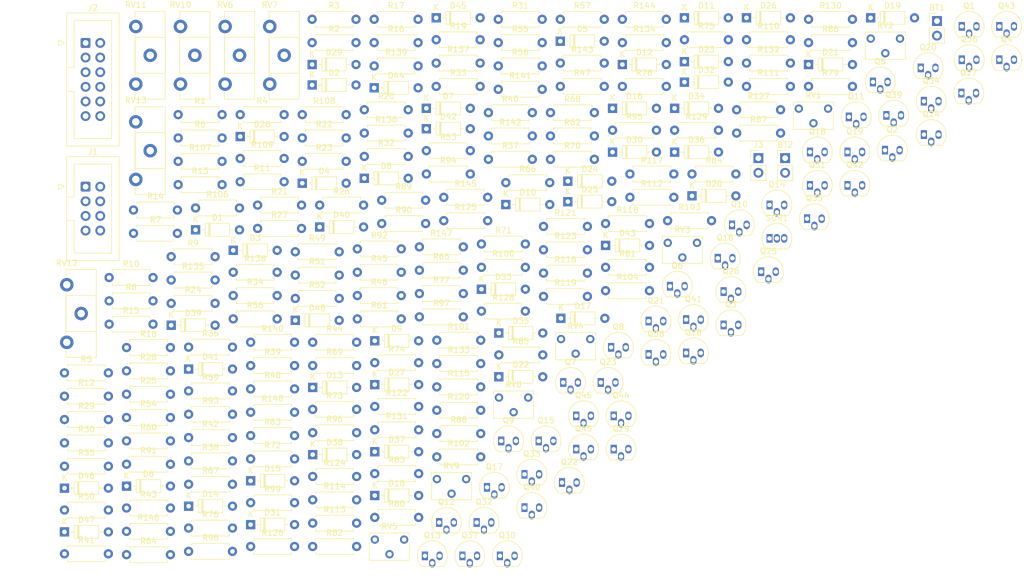
<source format=kicad_pcb>
(kicad_pcb (version 20211014) (generator pcbnew)
  (layers (0 "F.Cu" signal) (31 "B.Cu" signal) (34 "B.Paste" user) (35 "F.Paste" user) (36 "B.SilkS" user "B.Silkscreen") (37 "F.SilkS" user "F.Silkscreen") (38 "B.Mask" user) (39 "F.Mask" user) (44 "Edge.Cuts" user))
  (net 0 "")
  (net 1 "Net-(BT1-Pad1)")
  (net 2 "GNDREF")
  (net 3 "Net-(BT2-Pad1)")
  (net 4 "Net-(BT2-Pad2)")
  (net 5 "Net-(C7-Pad1)")
  (net 6 "Net-(D1-Pad2)")
  (net 7 "Net-(C11-Pad1)")
  (net 8 "S11D1")
  (net 9 "Net-(C14-Pad1)")
  (net 10 "Net-(C15-Pad1)")
  (net 11 "S11C1")
  (net 12 "S16A1")
  (net 13 "S16B1")
  (net 14 "Net-(C25-Pad1)")
  (net 15 "Net-(C26-Pad1)")
  (net 16 "Net-(D9-Pad1)")
  (net 17 "S8A2")
  (net 18 "Net-(D10-Pad1)")
  (net 19 "S8B2")
  (net 20 "a")
  (net 21 "Net-(C28-Pad1)")
  (net 22 "Net-(C30-Pad1)")
  (net 23 "b")
  (net 24 "c")
  (net 25 "Net-(C29-Pad2)")
  (net 26 "Net-(C31-Pad2)")
  (net 27 "d")
  (net 28 "Net-(D15-Pad1)")
  (net 29 "Net-(D16-Pad1)")
  (net 30 "A")
  (net 31 "Net-(D17-Pad2)")
  (net 32 "B")
  (net 33 "S1B2")
  (net 34 "S3A3")
  (net 35 "Net-(D21-Pad2)")
  (net 36 "Net-(D22-Pad2)")
  (net 37 "S2D3")
  (net 38 "Net-(C38-Pad2)")
  (net 39 "Net-(D24-Pad1)")
  (net 40 "Net-(D24-Pad2)")
  (net 41 "Net-(D25-Pad1)")
  (net 42 "Net-(C39-Pad2)")
  (net 43 "S2C2")
  (net 44 "Net-(C46-Pad2)")
  (net 45 "Net-(C43-Pad2)")
  (net 46 "Net-(C44-Pad2)")
  (net 47 "S11D3")
  (net 48 "Net-(D30-Pad2)")
  (net 49 "S11B3")
  (net 50 "S11C3")
  (net 51 "Net-(C47-Pad1)")
  (net 52 "Net-(D34-Pad1)")
  (net 53 "Net-(D34-Pad2)")
  (net 54 "Net-(D35-Pad1)")
  (net 55 "Net-(D35-Pad2)")
  (net 56 "Net-(C48-Pad1)")
  (net 57 "Net-(D36-Pad2)")
  (net 58 "Net-(D37-Pad1)")
  (net 59 "Net-(C47-Pad2)")
  (net 60 "Net-(D38-Pad1)")
  (net 61 "Net-(D38-Pad2)")
  (net 62 "S8A1")
  (net 63 "S8B1")
  (net 64 "Net-(D43-Pad2)")
  (net 65 "Net-(D45-Pad1)")
  (net 66 "S8A3")
  (net 67 "Net-(D47-Pad1)")
  (net 68 "Net-(D47-Pad2)")
  (net 69 "Net-(D48-Pad2)")
  (net 70 "Net-(C1-Pad1)")
  (net 71 "VCC")
  (net 72 "Net-(C2-Pad1)")
  (net 73 "Net-(C3-Pad1)")
  (net 74 "Net-(C4-Pad1)")
  (net 75 "S11C2")
  (net 76 "Net-(C7-Pad2)")
  (net 77 "Net-(C9-Pad1)")
  (net 78 "Net-(C9-Pad2)")
  (net 79 "Net-(C8-Pad2)")
  (net 80 "Net-(C10-Pad1)")
  (net 81 "Net-(C10-Pad2)")
  (net 82 "Net-(C14-Pad2)")
  (net 83 "Net-(C16-Pad1)")
  (net 84 "Net-(C16-Pad2)")
  (net 85 "Net-(C15-Pad2)")
  (net 86 "Net-(C17-Pad1)")
  (net 87 "Net-(C17-Pad2)")
  (net 88 "Net-(C21-Pad2)")
  (net 89 "Net-(C23-Pad1)")
  (net 90 "Net-(C23-Pad2)")
  (net 91 "Net-(C22-Pad2)")
  (net 92 "Net-(C24-Pad1)")
  (net 93 "Net-(C24-Pad2)")
  (net 94 "Net-(C25-Pad2)")
  (net 95 "Net-(C27-Pad1)")
  (net 96 "Net-(C27-Pad2)")
  (net 97 "Net-(C26-Pad2)")
  (net 98 "Net-(Q19-Pad3)")
  (net 99 "S1B1")
  (net 100 "E")
  (net 101 "Net-(C29-Pad1)")
  (net 102 "F")
  (net 103 "Net-(C28-Pad2)")
  (net 104 "E'")
  (net 105 "Net-(C34-Pad1)")
  (net 106 "S9A2")
  (net 107 "Net-(C33-Pad1)")
  (net 108 "Net-(C32-Pad1)")
  (net 109 "F'")
  (net 110 "Net-(C35-Pad2)")
  (net 111 "Net-(C32-Pad2)")
  (net 112 "Net-(C33-Pad2)")
  (net 113 "Net-(Q29-Pad2)")
  (net 114 "Net-(Q29-Pad3)")
  (net 115 "Net-(C36-Pad1)")
  (net 116 "Net-(C37-Pad2)")
  (net 117 "S2A3")
  (net 118 "Net-(Q32-Pad2)")
  (net 119 "S2B3")
  (net 120 "Net-(C39-Pad1)")
  (net 121 "Net-(C38-Pad1)")
  (net 122 "Net-(C40-Pad2)")
  (net 123 "Net-(C42-Pad1)")
  (net 124 "Net-(C45-Pad2)")
  (net 125 "Net-(Q36-Pad3)")
  (net 126 "Net-(Q37-Pad3)")
  (net 127 "Net-(C49-Pad1)")
  (net 128 "Net-(C48-Pad2)")
  (net 129 "Net-(C49-Pad2)")
  (net 130 "Net-(C53-Pad1)")
  (net 131 "Net-(Q42-Pad3)")
  (net 132 "S11A3")
  (net 133 "Net-(Q43-Pad2)")
  (net 134 "Net-(C51-Pad1)")
  (net 135 "Net-(Q44-Pad3)")
  (net 136 "Net-(Q45-Pad2)")
  (net 137 "Net-(C51-Pad2)")
  (net 138 "S2D2")
  (net 139 "Net-(C2-Pad2)")
  (net 140 "Net-(C1-Pad2)")
  (net 141 "Net-(R5-Pad1)")
  (net 142 "Net-(C4-Pad2)")
  (net 143 "Net-(C3-Pad2)")
  (net 144 "Net-(R11-Pad1)")
  (net 145 "S15A1")
  (net 146 "Net-(C5-Pad1)")
  (net 147 "S15B1")
  (net 148 "Net-(C6-Pad1)")
  (net 149 "Net-(R23-Pad2)")
  (net 150 "S15C1")
  (net 151 "Net-(C12-Pad1)")
  (net 152 "S15D1")
  (net 153 "Net-(C13-Pad1)")
  (net 154 "S1A3")
  (net 155 "S7A1")
  (net 156 "Net-(C19-Pad1)")
  (net 157 "S7B1")
  (net 158 "Net-(C20-Pad1)")
  (net 159 "S16A2")
  (net 160 "S16B2")
  (net 161 "S1A2")
  (net 162 "S9D1")
  (net 163 "Net-(R52-Pad1)")
  (net 164 "S9D3")
  (net 165 "S9B3")
  (net 166 "S9B2")
  (net 167 "S")
  (net 168 "Net-(L2-Pad1)")
  (net 169 "ANT2")
  (net 170 "S2C3")
  (net 171 "S12A3")
  (net 172 "Net-(C52-Pad1)")
  (net 173 "Net-(C50-Pad1)")
  (net 174 "Net-(C53-Pad2)")
  (net 175 "Net-(J2-PadE)")
  (net 176 "S16A3")
  (net 177 "Net-(J2-PadF)")
  (net 178 "S16B3")
  (net 179 "S9C1")
  (net 180 "S8C3")
  (net 181 "Net-(R144-Pad2)")
  (net 182 "Net-(R145-Pad1)")
  (net 183 "Net-(R146-Pad1)")
  (net 184 "S4A3")
  (net 185 "Net-(R147-Pad2)")
  (net 186 "S7A3")
  (net 187 "S7A2")
  (net 188 "S9B1")
  (net 189 "S7B3")
  (net 190 "S7B2")
  (net 191 "C")
  (net 192 "D")
  (net 193 "S2A2")
  (net 194 "S4A2")
  (footprint "Diode_THT:D_DO-35_SOD27_P7.62mm_Horizontal" (layer "F.Cu") (at 140.6 87.21)
    (fp_text reference "D43")
    (fp_text value "1N270")
  )
  (footprint "footprints:TO-92_Offset_TO-106" (layer "F.Cu") (at 154.58 105.87)
    (fp_text reference "Q28")
    (fp_text value "2N5139")
  )
  (footprint "Resistor_THT:R_Axial_DIN0207_L6.3mm_D2.5mm_P7.62mm_Horizontal" (layer "F.Cu") (at 65.21 97.26)
    (fp_text reference "R24")
    (fp_text value "10K")
  )
  (footprint "Resistor_THT:R_Axial_DIN0207_L6.3mm_D2.5mm_P7.62mm_Horizontal" (layer "F.Cu") (at 100.54 134.41)
    (fp_text reference "R80")
    (fp_text value "100K")
  )
  (footprint "footprints:TO-92_Offset_TO-106" (layer "F.Cu") (at 167.6 91.77)
    (fp_text reference "Q25")
    (fp_text value "2N5133")
  )
  (footprint "footprints:TO-92_Offset_TO-106" (layer "F.Cu") (at 118.23 135.29)
    (fp_text reference "Q32")
    (fp_text value "2N5133")
  )
  (footprint "footprints:TO-92_Offset_TO-106" (layer "F.Cu") (at 133.26 110.99)
    (fp_text reference "Q7")
    (fp_text value "2N5133")
  )
  (footprint "Resistor_THT:R_Axial_DIN0207_L6.3mm_D2.5mm_P7.62mm_Horizontal" (layer "F.Cu") (at 163.35 67.71)
    (fp_text reference "R87")
    (fp_text value "150K")
  )
  (footprint "Resistor_THT:R_Axial_DIN0207_L6.3mm_D2.5mm_P7.62mm_Horizontal" (layer "F.Cu") (at 57.46 140.88)
    (fp_text reference "R64")
    (fp_text value "22K")
  )
  (footprint "Resistor_THT:R_Axial_DIN0207_L6.3mm_D2.5mm_P7.62mm_Horizontal" (layer "F.Cu") (at 66.42 72.61)
    (fp_text reference "R107")
    (fp_text value "6.2K")
  )
  (footprint "Resistor_THT:R_Axial_DIN0207_L6.3mm_D2.5mm_P7.62mm_Horizontal" (layer "F.Cu") (at 112.52 78.86)
    (fp_text reference "R145")
    (fp_text value "1K")
  )
  (footprint "Diode_THT:D_DO-35_SOD27_P7.62mm_Horizontal" (layer "F.Cu") (at 134.06 76.06)
    (fp_text reference "D24")
    (fp_text value "1N4148")
  )
  (footprint "Diode_THT:D_DO-35_SOD27_P7.62mm_Horizontal" (layer "F.Cu") (at 89.67 55.81)
    (fp_text reference "D29")
    (fp_text value "1N4148")
  )
  (footprint "footprints:TO-92_Offset_TO-106" (layer "F.Cu") (at 135.51 122.57)
    (fp_text reference "Q45")
    (fp_text value "2N5133")
  )
  (footprint "Resistor_THT:R_Axial_DIN0207_L6.3mm_D2.5mm_P7.62mm_Horizontal" (layer "F.Cu") (at 79 104.01)
    (fp_text reference "R140")
    (fp_text value "10K")
  )
  (footprint "Diode_THT:D_DO-35_SOD27_P7.62mm_Horizontal" (layer "F.Cu") (at 154.29 47.71)
    (fp_text reference "D11")
    (fp_text value "1N270")
  )
  (footprint "Resistor_THT:R_Axial_DIN0207_L6.3mm_D2.5mm_P7.62mm_Horizontal" (layer "F.Cu") (at 151.37 82.91)
    (fp_text reference "R103")
    (fp_text value "10K")
  )
  (footprint "Diode_THT:D_DO-35_SOD27_P7.62mm_Horizontal" (layer "F.Cu") (at 100.54 103.76)
    (fp_text reference "D9")
    (fp_text value "1N4148")
  )
  (footprint "footprints:TO-92_Offset_TO-106" (layer "F.Cu") (at 109.25 141.08)
    (fp_text reference "Q13")
    (fp_text value "2N5134")
  )
  (footprint "Resistor_THT:R_Axial_DIN0207_L6.3mm_D2.5mm_P7.62mm_Horizontal" (layer "F.Cu") (at 57.46 125.18)
    (fp_text reference "R91")
    (fp_text value "51K")
  )
  (footprint "Resistor_THT:R_Axial_DIN0207_L6.3mm_D2.5mm_P7.62mm_Horizontal" (layer "F.Cu") (at 68.23 124.61)
    (fp_text reference "R38")
    (fp_text value "2K")
  )
  (footprint "Resistor_THT:R_Axial_DIN0207_L6.3mm_D2.5mm_P7.62mm_Horizontal" (layer "F.Cu") (at 129.83 83.91)
    (fp_text reference "R121")
    (fp_text value "51K")
  )
  (footprint "Resistor_THT:R_Axial_DIN0207_L6.3mm_D2.5mm_P7.62mm_Horizontal" (layer "F.Cu") (at 129.83 87.96)
    (fp_text reference "R123")
    (fp_text value "10K")
  )
  (footprint "Resistor_THT:R_Axial_DIN0207_L6.3mm_D2.5mm_P7.62mm_Horizontal" (layer "F.Cu") (at 80.21 84.26)
    (fp_text reference "R27")
    (fp_text value "10K")
  )
  (footprint "Resistor_THT:R_Axial_DIN0207_L6.3mm_D2.5mm_P7.62mm_Horizontal" (layer "F.Cu") (at 66.42 64.51)
    (fp_text reference "R1")
    (fp_text value "2K")
  )
  (footprint "Diode_THT:D_DO-35_SOD27_P7.62mm_Horizontal" (layer "F.Cu") (at 46.69 129.33)
    (fp_text reference "D46")
    (fp_text value "1N4148")
  )
  (footprint "Resistor_THT:R_Axial_DIN0207_L6.3mm_D2.5mm_P7.62mm_Horizontal" (layer "F.Cu") (at 131.04 64.16)
    (fp_text reference "R68")
    (fp_text value "1K")
  )
  (footprint "Resistor_THT:R_Axial_DIN0207_L6.3mm_D2.5mm_P7.62mm_Horizontal" (layer "F.Cu") (at 163.35 63.66)
    (fp_text reference "R127")
    (fp_text value "51K")
  )
  (footprint "Resistor_THT:R_Axial_DIN0207_L6.3mm_D2.5mm_P7.62mm_Horizontal" (layer "F.Cu") (at 109.5 74.81)
    (fp_text reference "R94")
    (fp_text value "12K")
  )
  (footprint "Diode_THT:D_DO-35_SOD27_P7.62mm_Horizontal" (layer "F.Cu") (at 152.58 71.01)
    (fp_text reference "D36")
    (fp_text value "1N4148")
  )
  (footprint "Resistor_THT:R_Axial_DIN0207_L6.3mm_D2.5mm_P7.62mm_Horizontal" (layer "F.Cu") (at 100.44 52.01)
    (fp_text reference "R16")
    (fp_text value "10K")
  )
  (footprint "Resistor_THT:R_Axial_DIN0207_L6.3mm_D2.5mm_P7.62mm_Horizontal" (layer "F.Cu") (at 100.54 107.56)
    (fp_text reference "R74")
    (fp_text value "10K")
  )
  (footprint "Resistor_THT:R_Axial_DIN0207_L6.3mm_D2.5mm_P7.62mm_Horizontal" (layer "F.Cu") (at 68.23 112.46)
    (fp_text reference "R59")
    (fp_text value "5.1K")
  )
  (footprint "Resistor_THT:R_Axial_DIN0207_L6.3mm_D2.5mm_P7.62mm_Horizontal" (layer "F.Cu") (at 46.69 133.13)
    (fp_text reference "R50")
    (fp_text value "5.1K")
  )
  (footprint "Resistor_THT:R_Axial_DIN0207_L6.3mm_D2.5mm_P7.62mm_Horizontal" (layer "F.Cu") (at 58.67 85.11)
    (fp_text reference "R7")
    (fp_text value "2K")
  )
  (footprint "Diode_THT:D_DO-35_SOD27_P7.62mm_Horizontal" (layer "F.Cu") (at 89.77 123.51)
    (fp_text reference "D38")
    (fp_text value "1N4148")
  )
  (footprint "Resistor_THT:R_Axial_DIN0207_L6.3mm_D2.5mm_P7.62mm_Horizontal" (layer "F.Cu") (at 100.54 119.21)
    (fp_text reference "R131")
    (fp_text value "2K")
  )
  (footprint "Resistor_THT:R_Axial_DIN0207_L6.3mm_D2.5mm_P7.62mm_Horizontal" (layer "F.Cu") (at 98.73 67.71)
    (fp_text reference "R136")
    (fp_text value "5.1K")
  )
  (footprint "Resistor_THT:R_Axial_DIN0207_L6.3mm_D2.5mm_P7.62mm_Horizontal" (layer "F.Cu") (at 79 131.86)
    (fp_text reference "R99")
    (fp_text value "100K")
  )
  (footprint "Resistor_THT:R_Axial_DIN0207_L6.3mm_D2.5mm_P7.62mm_Horizontal" (layer "F.Cu") (at 79 120.21)
    (fp_text reference "R63")
    (fp_text value "22K")
  )
  (footprint "Resistor_THT:R_Axial_DIN0207_L6.3mm_D2.5mm_P7.62mm_Horizontal" (layer "F.Cu") (at 108.29 95.56)
    (fp_text reference "R77")
    (fp_text value "1K")
  )
  (footprint "Diode_THT:D_DO-35_SOD27_P7.62mm_Horizontal" (layer "F.Cu") (at 90.98 84.01)
    (fp_text reference "D40")
    (fp_text value "1N270")
  )
  (footprint "Resistor_THT:R_Axial_DIN0207_L6.3mm_D2.5mm_P7.62mm_Horizontal" (layer "F.Cu") (at 77.19 64.51)
    (fp_text reference "R4")
    (fp_text value "2K")
  )
  (footprint "Resistor_THT:R_Axial_DIN0207_L6.3mm_D2.5mm_P7.62mm_Horizontal" (layer "F.Cu") (at 119.06 86.96)
    (fp_text reference "R71")
    (fp_text value "22K")
  )
  (footprint "Resistor_THT:R_Axial_DIN0207_L6.3mm_D2.5mm_P7.62mm_Horizontal" (layer "F.Cu") (at 108.29 99.61)
    (fp_text reference "R97")
    (fp_text value "10K")
  )
  (footprint "Diode_THT:D_DO-35_SOD27_P7.62mm_Horizontal" (layer "F.Cu") (at 152.58 63.41)
    (fp_text reference "D34")
    (fp_text value "1N4148")
  )
  (footprint "Resistor_THT:R_Axial_DIN0207_L6.3mm_D2.5mm_P7.62mm_Horizontal" (layer "F.Cu") (at 175.83 47.96)
    (fp_text reference "R130")
    (fp_text value "22K")
  )
  (footprint "Diode_THT:D_DO-35_SOD27_P7.62mm_Horizontal" (layer "F.Cu") (at 68.23 132.46)
    (fp_text reference "D14")
    (fp_text value "1N270")
  )
  (footprint "footprints:TO-92_Offset_TO-106" (layer "F.Cu") (at 175.57 82.57)
    (fp_text reference "Q35")
    (fp_text value "2N5134")
  )
  (footprint "Diode_THT:D_DO-35_SOD27_P7.62mm_Horizontal" (layer "F.Cu") (at 141.81 71.01)
    (fp_text reference "D30")
    (fp_text value "1N4148")
  )
  (footprint "Diode_THT:D_DO-35_SOD27_P7.62mm_Horizontal" (layer "F.Cu") (at 165.06 47.71)
    (fp_text reference "D26")
    (fp_text value "1N4148")
  )
  (footprint "Resistor_THT:R_Axial_DIN0207_L6.3mm_D2.5mm_P7.62mm_Horizontal" (layer "F.Cu") (at 141.81 67.21)
    (fp_text reference "R95")
    (fp_text value "10K")
  )
  (footprint "footprints:TO-92_Offset_TO-106" (layer "F.Cu") (at 202.43 54.98)
    (fp_text reference "Q36")
    (fp_text value "2N5134")
  )
  (footprint "footprints:TO-92_Offset_TO-106" (layer "F.Cu") (at 182.59 76.78)
    (fp_text reference "Q42")
    (fp_text value "2N5133")
  )
  (footprint "Resistor_THT:R_Axial_DIN0207_L6.3mm_D2.5mm_P7.62mm_Horizontal" (layer "F.Cu") (at 123.29 76.31)
    (fp_text reference "R66")
    (fp_text value "10K")
  )
  (footprint "Resistor_THT:R_Axial_DIN0207_L6.3mm_D2.5mm_P7.62mm_Horizontal" (layer "F.Cu") (at 57.46 117.08)
    (fp_text reference "R54")
    (fp_text value "130K")
  )
  (footprint "Diode_THT:D_DO-35_SOD27_P7.62mm_Horizontal" (layer "F.Cu") (at 57.46 128.98)
    (fp_text reference "D6")
    (fp_text value "1N4148")
  )
  (footprint "footprints:TO-92_Offset_TO-106" (layer "F.Cu") (at 126.53 132.72)
    (fp_text reference "Q40")
    (fp_text value "2N5139")
  )
  (footprint "Diode_THT:D_DO-35_SOD27_P7.62mm_Horizontal" (layer "F.Cu") (at 111.21 47.71)
    (fp_text reference "D45")
    (fp_text value "1N4148")
  )
  (footprint "Resistor_THT:R_Axial_DIN0207_L6.3mm_D2.5mm_P7.62mm_Horizontal" (layer "F.Cu") (at 87.96 64.51)
    (fp_text reference "R108")
    (fp_text value "51K")
  )
  (footprint "Resistor_THT:R_Axial_DIN0207_L6.3mm_D2.5mm_P7.62mm_Horizontal" (layer "F.Cu") (at 89.77 127.31)
    (fp_text reference "R124")
    (fp_text value "100K")
  )
  (footprint "Diode_THT:D_DO-35_SOD27_P7.62mm_Horizontal" (layer "F.Cu") (at 68.23 108.66)
    (fp_text reference "D41")
    (fp_text value "1N270")
  )
  (footprint "Diode_THT:D_DO-35_SOD27_P7.62mm_Horizontal" (layer "F.Cu") (at 77.19 68.31)
    (fp_text reference "D28")
    (fp_text value "1N4148")
  )
  (footprint "Resistor_THT:R_Axial_DIN0207_L6.3mm_D2.5mm_P7.62mm_Horizontal" (layer "F.Cu") (at 68.23 120.56)
    (fp_text reference "R42")
    (fp_text value "270K")
  )
  (footprint "Resistor_THT:R_Axial_DIN0207_L6.3mm_D2.5mm_P7.62mm_Horizontal" (layer "F.Cu") (at 57.46 136.83)
    (fp_text reference "R146")
    (fp_text value "100")
  )
  (footprint "Connector_PinHeader_2.54mm:PinHeader_1x02_P2.54mm_Vertical" (layer "F.Cu") (at 171.77 72.06)
    (fp_text reference "BT2")
    (fp_text value "1 C Cell")
  )
  (footprint "Resistor_THT:R_Axial_DIN0207_L6.3mm_D2.5mm_P7.62mm_Horizontal" (layer "F.Cu") (at 86.75 96.41)
    (fp_text reference "R52")
    (fp_text value "220")
  )
  (footprint "Resistor_THT:R_Axial_DIN0207_L6.3mm_D2.5mm_P7.62mm_Horizontal" (layer "F.Cu") (at 101.75 83.41)
    (fp_text reference "R90")
    (fp_text value "5.1K")
  )
  (footprint "Resistor_THT:R_Axial_DIN0207_L6.3mm_D2.5mm_P7.62mm_Horizontal" (layer "F.Cu") (at 69.44 80.71)
    (fp_text reference "R106")
    (fp_text value "6.2K")
  )
  (footprint "Resistor_THT:R_Axial_DIN0207_L6.3mm_D2.5mm_P7.62mm_Horizontal" (layer "F.Cu") (at 89.77 115.66)
    (fp_text reference "R73")
    (fp_text value "22K")
  )
  (footprint "Resistor_THT:R_Axial_DIN0207_L6.3mm_D2.5mm_P7.62mm_Horizontal" (layer "F.Cu") (at 111.31 115.81)
    (fp_text reference "R120")
    (fp_text value "10K")
  )
  (footprint "Potentiometer_THT:Potentiometer_Bourns_3266W_Vertical" (layer "F.Cu") (at 127.18 113.61)
    (fp_text reference "RV8")
    (fp_text value "10K")
  )
  (footprint "Diode_THT:D_DO-35_SOD27_P7.62mm_Horizontal" (layer "F.Cu") (at 122.08 110.01)
    (fp_text reference "D22")
    (fp_text value "1N4148")
  )
  (footprint "Resistor_THT:R_Axial_DIN0207_L6.3mm_D2.5mm_P7.62mm_Horizontal" (layer "F.Cu") (at 57.46 104.93)
    (fp_text reference "R18")
    (fp_text value "270K")
  )
  (footprint "Resistor_THT:R_Axial_DIN0207_L6.3mm_D2.5mm_P7.62mm_Horizontal" (layer "F.Cu") (at 140.6 91.01)
    (fp_text reference "R81")
    (fp_text value "100K")
  )
  (footprint "footprints:TO-92_Offset_TO-106" (layer "F.Cu") (at 176.08 76.78)
    (fp_text reference "Q31")
    (fp_text value "2N5133")
  )
  (footprint "Resistor_THT:R_Axial_DIN0207_L6.3mm_D2.5mm_P7.62mm_Horizontal" (layer "F.Cu") (at 79 112.11)
    (fp_text reference "R48")
    (fp_text value "10K")
  )
  (footprint "Diode_THT:D_DO-35_SOD27_P7.62mm_Horizontal" (layer "F.Cu") (at 141.81 63.41)
    (fp_text reference "D16")
    (fp_text value "1N4148")
  )
  (footprint "Resistor_THT:R_Axial_DIN0207_L6.3mm_D2.5mm_P7.62mm_Horizontal" (layer "F.Cu") (at 175.83 59.61)
    (fp_text reference "R79")
    (fp_text value "5.1K")
  )
  (footprint "Resistor_THT:R_Axial_DIN0207_L6.3mm_D2.5mm_P7.62mm_Horizontal" (layer "F.Cu") (at 97.52 91.86)
    (fp_text reference "R45")
    (fp_text value "33K")
  )
  (footprint "Potentiometer_THT:Potentiometer_Piher_PT-15-H01_Horizontal" (layer "F.Cu") (at 74.57 49.21)
    (fp_text reference "RV6")
    (fp_text value "25K")
  )
  (footprint "Resistor_THT:R_Axial_DIN0207_L6.3mm_D2.5mm_P7.62mm_Horizontal" (layer "F.Cu") (at 112.52 82.91)
    (fp_text reference "R125")
    (fp_text value "100K")
  )
  (footprint "Potentiometer_THT:Potentiometer_Bourns_3266W_Vertical" (layer "F.Cu") (at 156.47 86.76)
    (fp_text reference "RV3")
    (fp_text value "10K")
  )
  (footprint "Resistor_THT:R_Axial_DIN0207_L6.3mm_D2.5mm_P7.62mm_Horizontal" (layer "F.Cu") (at 108.29 91.51)
    (fp_text reference "R65")
    (fp_text value "10K")
  )
  (footprint "Resistor_THT:R_Axial_DIN0207_L6.3mm_D2.5mm_P7.62mm_Horizontal" (layer "F.Cu") (at 165.06 59.61)
    (fp_text reference "R111")
    (fp_text value "10K")
  )
  (footprint "Diode_THT:D_DO-35_SOD27_P7.62mm_Horizontal" (layer "F.Cu") (at 132.85 99.86)
    (fp_text reference "D17")
    (fp_text value "1N4148")
  )
  (footprint "Resistor_THT:R_Axial_DIN0207_L6.3mm_D2.5mm_P7.62mm_Horizontal" (layer "F.Cu") (at 97.52 87.81)
    (fp_text reference "R92")
    (fp_text value "51K")
  )
  (footprint "footprints:TO-92_Offset_TO-106" (layer "F.Cu") (at 187.01 58.84)
    (fp_text reference "Q5")
    (fp_text value "2N5134")
  )
  (footprint "Resistor_THT:R_Axial_DIN0207_L6.3mm_D2.5mm_P7.62mm_Horizontal" (layer "F.Cu") (at 68.23 104.86)
    (fp_text reference "R36")
    (fp_text value "10K")
  )
  (footprint "Resistor_THT:R_Axial_DIN0207_L6.3mm_D2.5mm_P7.62mm_Horizontal" (layer "F.Cu") (at 144.83 78.86)
    (fp_text reference "R112")
    (fp_text value "100K")
  )
  (footprint "footprints:TO-92_Offset_TO-106" (layer "F.Cu") (at 120.02 129.19)
    (fp_text reference "Q17")
    (fp_text value "2N5134")
  )
  (footprint "Diode_THT:D_DO-35_SOD27_P7.62mm_Horizontal" (layer "F.Cu") (at 123.29 80.11)
    (fp_text reference "D10")
    (fp_text value "1N4148")
  )
  (footprint "Resistor_THT:R_Axial_DIN0207_L6.3mm_D2.5mm_P7.62mm_Horizontal" (layer "F.Cu") (at 97.52 95.91)
    (fp_text reference "R46")
    (fp_text value "15K")
  )
  (footprint "Potentiometer_THT:Potentiometer_Piher_PT-15-H01_Horizontal" (layer "F.Cu") (at 66.82 49.21)
    (fp_text reference "RV10")
    (fp_text value "5K")
  )
  (footprint "Resistor_THT:R_Axial_DIN0207_L6.3mm_D2.5mm_P7.62mm_Horizontal" (layer "F.Cu") (at 79 116.16)
    (fp_text reference "R148")
    (fp_text value "150K")
  )
  (footprint "Potentiometer_THT:Potentiometer_Piher_PT-15-H01_Horizontal" (layer "F.Cu") (at 59.07 49.21)
    (fp_text reference "RV11")
    (fp_text value "5K")
  )
  (footprint "Resistor_THT:R_Axial_DIN0207_L6.3mm_D2.5mm_P7.62mm_Horizontal" (layer "F.Cu") (at 89.77 135.41)
    (fp_text reference "R113")
    (fp_text value "100K")
  )
  (footprint "Potentiometer_THT:Potentiometer_Piher_PT-15-H01_Horizontal" (layer "F.Cu") (at 59.07 65.76)
    (fp_text reference "RV13")
    (fp_text value "5K")
  )
  (footprint "Resistor_THT:R_Axial_DIN0207_L6.3mm_D2.5mm_P7.62mm_Horizontal" (layer "F.Cu") (at 120.27 68.21)
    (fp_text reference "R142")
    (fp_text value "22K")
  )
  (footprint "Resistor_THT:R_Axial_DIN0207_L6.3mm_D2.5mm_P7.62mm_Horizontal" (layer "F.Cu") (at 46.69 117.43)
    (fp_text reference "R29")
    (fp_text value "130K")
  )
  (footprint "Resistor_THT:R_Axial_DIN0207_L6.3mm_D2.5mm_P7.62mm_Horizontal" (layer "F.Cu") (at 129.83 92.01)
    (fp_text reference "R116")
    (fp_text value "100K")
  )
  (footprint "Potentiometer_THT:Potentiometer_Bourns_3266W_Vertical" (layer "F.Cu") (at 105.64 138.26)
    (fp_text reference "RV5")
    (fp_text value "10K")
  )
  (footprint "Diode_THT:D_DO-35_SOD27_P7.62mm_Horizontal" (layer "F.Cu") (at 100.44 59.86)
    (fp_text reference "D44")
    (fp_text value "1N270")
  )
  (footprint "Resistor_THT:R_Axial_DIN0207_L6.3mm_D2.5mm_P7.62mm_Horizontal" (layer "F.Cu") (at 87.96 72.61)
    (fp_text reference "R23")
    (fp_text value "2K")
  )
  (footprint "footprints:TO-92_Offset_TO-106" (layer "F.Cu") (at 135.51 116.78)
    (fp_text reference "Q46")
    (fp_text value "2N5133")
  )
  (footprint "Resistor_THT:R_Axial_DIN0207_L6.3mm_D2.5mm_P7.62mm_Horizontal" (layer "F.Cu") (at 132.75 55.56)
    (fp_text reference "R143")
    (fp_text value "22K")
  )
  (footprint "Diode_THT:D_DO-35_SOD27_P7.62mm_Horizontal" (layer "F.Cu") (at 87.96 76.41)
    (fp_text reference "D4")
    (fp_text value "1N4148")
  )
  (footprint "Resistor_THT:R_Axial_DIN0207_L6.3mm_D2.5mm_P7.62mm_Horizontal" (layer "F.Cu") (at 100.54 115.16)
    (fp_text reference "R122")
    (fp_text value "33K")
  )
  (footprint "Resistor_THT:R_Axial_DIN0207_L6.3mm_D2.5mm_P7.62mm_Horizontal" (layer "F.Cu") (at 89.77 131.36)
    (fp_text reference "R114")
    (fp_text value "10K")
  )
  (footprint "Resistor_THT:R_Axial_DIN0207_L6.3mm_D2.5mm_P7.62mm_Horizontal" (layer "F.Cu") (at 100.44 56.06)
    (fp_text reference "R139")
    (fp_text value "10K")
  )
  (footprint "Resistor_THT:R_Axial_DIN0207_L6.3mm_D2.5mm_P7.62mm_Horizontal" (layer "F.Cu") (at 58.67 81.06)
    (fp_text reference "R14")
    (fp_text value "2K")
  )
  (footprint "Connector_PinHeader_2.54mm:PinHeader_1x02_P2.54mm_Vertical" (layer "F.Cu") (at 198.12 48.26)
    (fp_text reference "BT1")
    (fp_text value "4 D Cells")
  )
  (footprint "footprints:TO-92_Offset_TO-106" (layer "F.Cu") (at 133.04 128.36)
    (fp_text reference "Q22")
    (fp_text value "2N5139")
  )
  (footprint "Connector_IDC:IDC-Header_2x06_P2.54mm_Vertical" (layer "F.Cu") (at 50.355 52.06)
    (fp_text reference "J2")
    (fp_text value "12-Pin Cinch Jones Expansion Connector")
  )
  (footprint "Resistor_THT:R_Axial_DIN0207_L6.3mm_D2.5mm_P7.62mm_Horizontal" (layer "F.Cu") (at 57.46 121.13)
    (fp_text reference "R60")
    (fp_text value "10K")
  )
  (footprint "Diode_THT:D_DO-35_SOD27_P7.62mm_Horizontal" (layer "F.Cu") (at 69.44 84.51)
    (fp_text reference "D1")
    (fp_text value "1N4148")
  )
  (footprint "Resistor_THT:R_Axial_DIN0207_L6.3mm_D2.5mm_P7.62mm_Horizontal" (layer "F.Cu") (at 77.19 76.16)
    (fp_text reference "R11")
    (fp_text value "150K")
  )
  (footprint "Resistor_THT:R_Axial_DIN0207_L6.3mm_D2.5mm_P7.62mm_Horizontal" (layer "F.Cu") (at 89.67 47.96)
    (fp_text reference "R3")
    (fp_text value "2K")
  )
  (footprint "Resistor_THT:R_Axial_DIN0207_L6.3mm_D2.5mm_P7.62mm_Horizontal" (layer "F.Cu") (at 131.04 68.21)
    (fp_text reference "R62")
    (fp_text value "22K")
  )
  (footprint "Diode_THT:D_DO-35_SOD27_P7.62mm_Horizontal" (layer "F.Cu") (at 134.06 79.61)
    (fp_text reference "D25")
    (fp_text value "1N4148")
  )
  (footprint "Potentiometer_THT:Potentiometer_Bourns_3266W_Vertical" (layer "F.Cu") (at 116.41 127.76)
    (fp_text reference "RV9")
    (fp_text value "5K")
  )
  (footprint "footprints:TO-92_Offset_TO-106" (layer "F.Cu") (at 182.59 70.99)
    (fp_text reference "Q19")
    (fp_text value "2N5133")
  )
  (footprint "Resistor_THT:R_Axial_DIN0207_L6.3mm_D2.5mm_P7.62mm_Horizontal" (layer "F.Cu") (at 111.31 111.76)
    (fp_text reference "R115")
    (fp_text value "10K")
  )
  (footprint "Resistor_THT:R_Axial_DIN0207_L6.3mm_D2.5mm_P7.62mm_Horizontal" (layer "F.Cu") (at 140.6 83.41)
    (fp_text reference "R118")
    (fp_text value "100K")
  )
  (footprint "footprints:TO-92_Offset_TO-106" (layer "F.Cu") (at 160.08 89.43)
    (fp_text reference "Q16")
    (fp_text value "2N5134")
  )
  (footprint "Resistor_THT:R_Axial_DIN0207_L6.3mm_D2.5mm_P7.62mm_Horizontal" (layer "F.Cu") (at 89.77 104.01)
    (fp_text reference "R44")
    (fp_text value "10K")
  )
  (footprint "Diode_THT:D_DO-35_SOD27_P7.62mm_Horizontal" (layer "F.Cu") (at 109.5 63.41)
    (fp_text reference "D7")
    (fp_text value "1N4148")
  )
  (footprint "footprints:TO-92_Offset_TO-106" (layer "F.Cu") (at 195.85 67.97)
    (fp_text reference "Q24")
    (fp_text value "2N5139")
  )
  (footprint "Resistor_THT:R_Axial_DIN0207_L6.3mm_D2.5mm_P7.62mm_Horizontal" (layer "F.Cu") (at 75.98 95.91)
    (fp_text reference "R34")
    (fp_text value "15K")
  )
  (footprint "Diode_THT:D_DO-35_SOD27_P7.62mm_Horizontal" (layer "F.Cu") (at 79 128.06)
    (fp_text reference "D15")
    (fp_text value "1N4148")
  )
  (footprint "Resistor_THT:R_Axial_DIN0207_L6.3mm_D2.5mm_P7.62mm_Horizontal" (layer "F.Cu") (at 100.54 126.81)
    (fp_text reference "R83")
    (fp_text value "10K")
  )
  (footprint "Diode_THT:D_DO-35_SOD27_P7.62mm_Horizontal" (layer "F.Cu") (at 100.54 123.01)
    (fp_text reference "D37")
    (fp_text value "1N4148")
  )
  (footprint "Resistor_THT:R_Axial_DIN0207_L6.3mm_D2.5mm_P7.62mm_Horizontal" (layer "F.Cu") (at 111.21 59.61)
    (fp_text reference "R33")
    (fp_text value "33K")
  )
  (footprint "Diode_THT:D_DO-35_SOD27_P7.62mm_Horizontal" (layer "F.Cu") (at 109.5 66.96)
    (fp_text reference "D42")
    (fp_text value "1N270")
  )
  (footprint "footprints:TO-92_Offset_TO-106" (layer "F.Cu") (at 161.09 95.22)
    (fp_text reference "Q26")
    (fp_text value "2N5139")
  )
  (footprint "Diode_THT:D_DO-35_SOD27_P7.62mm_Horizontal" (layer "F.Cu") (at 98.73 75.56)
    (fp_text reference "D8")
    (fp_text value "1N4148")
  )
  (footprint "Resistor_THT:R_Axial_DIN0207_L6.3mm_D2.5mm_P7.62mm_Horizontal" (layer "F.Cu") (at 121.98 60.11)
    (fp_text reference "R141")
    (fp_text value "10K")
  )
  (footprint "Potentiometer_THT:Potentiometer_Bourns_3266W_Vertical" (layer "F.Cu") (at 191.7 51.31)
    (fp_text reference "RV2")
    (fp_text value "100K")
  )
  (footprint "Resistor_THT:R_Axial_DIN0207_L6.3mm_D2.5mm_P7.62mm_Horizontal" (layer "F.Cu") (at 68.23 128.66)
    (fp_text reference "R67")
    (fp_text value "2K")
  )
  (footprint "footprints:TO-92_Offset_TO-106" (layer "F.Cu") (at 111.72 135.29)
    (fp_text reference "Q12")
    (fp_text value "2N5134")
  )
  (footprint "Resistor_THT:R_Axial_DIN0207_L6.3mm_D2.5mm_P7.62mm_Horizontal" (layer "F.Cu") (at 155.6 74.81)
    (fp_text reference "R84")
    (fp_text value "1.8K")
  )
  (footprint "Resistor_THT:R_Axial_DIN0207_L6.3mm_D2.5mm_P7.62mm_Horizontal" (layer "F.Cu") (at 108.29 87.46)
    (fp_text reference "R147")
    (fp_text value "100")
  )
  (footprint "Potentiometer_THT:Potentiometer_Piher_PT-15-H01_Horizontal" (layer "F.Cu") (at 47.09 94.03)
    (fp_text reference "RV12")
    (fp_text value "5K")
  )
  (footprint "Resistor_THT:R_Axial_DIN0207_L6.3mm_D2.5mm_P7.62mm_Horizontal" (layer "F.Cu") (at 89.77 108.06)
    (fp_text reference "R69")
    (fp_text value "1K")
  )
  (footprint "Diode_THT:D_DO-35_SOD27_P7.62mm_Horizontal" (layer "F.Cu") (at 46.69 136.93)
    (fp_text reference "D47")
    (fp_text value "1N4148")
  )
  (footprint "footprints:TO-92_Offset_TO-106" (layer "F.Cu") (at 129 121.14)
    (fp_text reference "Q15")
    (fp_text value "2N5133")
  )
  (footprint "footprints:TO-92_Offset_TO-106" (layer "F.Cu") (at 195.85 62.18)
    (fp_text reference "Q34")
    (fp_text value "2N5133")
  )
  (footprint "footprints:TO-92_Offset_TO-106" (layer "F.Cu") (at 176.08 70.99)
    (fp_text reference "Q18")
    (fp_text value "2N5134")
  )
  (footprint "Resistor_THT:R_Axial_DIN0207_L6.3mm_D2.5mm_P7.62mm_Horizontal" (layer "F.Cu") (at 57.46 108.98)
    (fp_text reference "R28")
    (fp_text value "10K")
  )
  (footprint "Resistor_THT:R_Axial_DIN0207_L6.3mm_D2.5mm_P7.62mm_Horizontal" (layer "F.Cu") (at 120.27 64.16)
    (fp_text reference "R40")
    (fp_text value "10K")
  )
  (footprint "Resistor_THT:R_Axial_DIN0207_L6.3mm_D2.5mm_P7.62mm_Horizontal" (layer "F.Cu") (at 154.29 51.51)
    (fp_text reference "R75")
    (fp_text value "10K")
  )
  (footprint "footprints:TO-92_Offset_TO-106" (layer "F.Cu") (at 126.53 126.93)
    (fp_text reference "Q33")
    (fp_text value "2N5133")
  )
  (footprint "Resistor_THT:R_Axial_DIN0207_L6.3mm_D2.5mm_P7.62mm_Horizontal" (layer "F.Cu") (at 111.31 119.86)
    (fp_text reference "R88")
    (fp_text value "270")
  )
  (footprint "footprints:TO-92_Offset_TO-106" (layer "F.Cu") (at 195.31 56.39)
    (fp_text reference "Q20")
    (fp_text value "2N5134")
  )
  (footprint "Resistor_THT:R_Axial_DIN0207_L6.3mm_D2.5mm_P7.62mm_Horizontal" (layer "F.Cu") (at 111.31 123.91)
    (fp_text reference "R102")
    (fp_text value "300K")
  )
  (footprint "footprints:TO-92_Offset_TO-106" (layer "F.Cu") (at 142.02 122.57)
    (fp_text reference "Q29")
    (fp_text value "2N5134")
  )
  (footprint "Resistor_THT:R_Axial_DIN0207_L6.3mm_D2.5mm_P7.62mm_Horizontal" (layer "F.Cu") (at 89.77 139.46)
    (fp_text reference "R82")
    (fp_text value "12K")
  )
  (footprint "Diode_THT:D_DO-35_SOD27_P7.62mm_Horizontal" (layer "F.Cu") (at 75.98 88.06)
    (fp_text reference "D3")
    (fp_text value "1N4148")
  )
  (footprint "Resistor_THT:R_Axial_DIN0207_L6.3mm_D2.5mm_P7.62mm_Horizontal" (layer "F.Cu") (at 68.23 140.31)
    (fp_text reference "R98")
    (fp_text value "100K")
  )
  (footprint "Resistor_THT:R_Axial_DIN0207_L6.3mm_D2.5mm_P7.62mm_Horizontal" (layer "F.Cu") (at 143.52 47.96)
    (fp_text reference "R144")
    (fp_text value "1K")
  )
  (footprint "Resistor_THT:R_Axial_DIN0207_L6.3mm_D2.5mm_P7.62mm_Horizontal" (layer "F.Cu") (at 140.6 95.06)
    (fp_text reference "R104")
    (fp_text value "10K")
  )
  (footprint "Resistor_THT:R_Axial_DIN0207_L6.3mm_D2.5mm_P7.62mm_Horizontal" (layer "F.Cu") (at 111.21 51.51)
    (fp_text reference "R19")
    (fp_text value "10K")
  )
  (footprint "Resistor_THT:R_Axial_DIN0207_L6.3mm_D2.5mm_P7.62mm_Horizontal" (layer "F.Cu") (at 46.69 109.33)
    (fp_text reference "R5")
    (fp_text value "150K")
  )
  (footprint "footprints:TO-92_Offset_TO-106" (layer "F.Cu") (at 148.07 106.13)
    (fp_text reference "Q38")
    (fp_text value "2N5133")
  )
  (footprint "Diode_THT:D_DO-35_SOD27_P7.62mm_Horizontal" (layer "F.Cu") (at 154.29 58.86)
    (fp_text reference "D32")
    (fp_text value "1N4148")
  )
  (footprint "Resistor_THT:R_Axial_DIN0207_L6.3mm_D2.5mm_P7.62mm_Horizontal" (layer "F.Cu") (at 66.42 76.66)
    (fp_text reference "R13")
    (fp_text value "2K")
  )
  (footprint "Potentiometer_THT:Potentiometer_Bourns_3266W_Vertical" (layer "F.Cu") (at 179.22 63.46)
    (fp_text reference "RV1")
    (fp_text value "100K")
  )
  (footprint "footprints:TO-92_Offset_TO-106" (layer "F.Cu") (at 208.94 54.98)
    (fp_text reference "Q4")
    (fp_text value "2N5139")
  )
  (footprint "Resistor_THT:R_Axial_DIN0207_L6.3mm_D2.5mm_P7.62mm_Horizontal" (layer "F.Cu") (at 68.23 136.26)
    (fp_text reference "R76")
    (fp_text value "2K")
  )
  (footprint "Resistor_THT:R_Axial_DIN0207_L6.3mm_D2.5mm_P7.62mm_Horizontal" (layer "F.Cu") (at 98.73 71.76)
    (fp_text reference "R32")
    (fp_text value "10K")
  )
  (footprint "Diode_THT:D_DO-35_SOD27_P7.62mm_Horizontal" (layer "F.Cu") (at 122.08 102.41)
    (fp_text reference "D35")
    (fp_text value "1N4148")
  )
  (footprint "Resistor_THT:R_Axial_DIN0207_L6.3mm_D2.5mm_P7.62mm_Horizontal" (layer "F.Cu") (at 121.98 47.96)
    (fp_text reference "R31")
    (fp_text value "10K")
  )
  (footprint "Resistor_THT:R_Axial_DIN0207_L6.3mm_D2.5mm_P7.62mm_Horizontal" (layer "F.Cu") (at 109.5 70.76)
    (fp_text reference "R53")
    (fp_text value "10K")
  )
  (footprint "Resistor_THT:R_Axial_DIN0207_L6.3mm_D2.5mm_P7.62mm_Horizontal" (layer "F.Cu") (at 119.06 98.61)
    (fp_text reference "R128")
    (fp_text value "5.1K")
  )
  (footprint "Resistor_THT:R_Axial_DIN0207_L6.3mm_D2.5mm_P7.62mm_Horizontal" (layer "F.Cu") (at 87.96 68.56)
    (fp_text reference "R22")
    (fp_text value "15K")
  )
  (footprint "Resistor_THT:R_Axial_DIN0207_L6.3mm_D2.5mm_P7.62mm_Horizontal" (layer "F.Cu") (at 98.73 63.66)
    (fp_text reference "R20")
    (fp_text value "10K")
  )
  (footprint "Resistor_THT:R_Axial_DIN0207_L6.3mm_D2.5mm_P7.62mm_Horizontal" (layer "F.Cu") (at 79 139.46)
    (fp_text reference "R126")
    (fp_text value "10K")
  )
  (footprint "Resistor_THT:R_Axial_DIN0207_L6.3mm_D2.5mm_P7.62mm_Horizontal" (layer "F.Cu") (at 111.31 107.71)
    (fp_text reference "R133")
    (fp_text value "2K")
  )
  (footprint "footprints:TO-92_Offset_TO-106" (layer "F.Cu") (at 189.34 64.63)
    (fp_text reference "Q39")
    (fp_text value "2N5133")
  )
  (footprint "Diode_THT:D_DO-35_SOD27_P7.62mm_Horizontal" (layer "F.Cu") (at 132.75 51.76)
    (fp_text reference "D5")
    (fp_text value "1N4148")
  )
  (footprint "footprints:TO-92_Offset_TO-106" (layer "F.Cu") (at 162.55 83.64)
    (fp_text reference "Q10")
    (fp_text value "2N5134")
  )
  (footprint "Resistor_THT:R_Axial_DIN0207_L6.3mm_D2.5mm_P7.62mm_Horizontal" (layer "F.Cu") (at 111.21 55.56)
    (fp_text reference "R137")
    (fp_text value "5.1K")
  )
  (footprint "Diode_THT:D_DO-35_SOD27_P7.62mm_Horizontal" (layer "F.Cu") (at 86.75 100.21)
    (fp_text reference "D48")
    (fp_text value "1N4148")
  )
  (footprint "Resistor_THT:R_Axial_DIN0207_L6.3mm_D2.5mm_P7.62mm_Horizontal" (layer "F.Cu") (at 143.52 52.01)
    (fp_text reference "R134")
    (fp_text value "10K")
  )
  (footprint "Resistor_THT:R_Axial_DIN0207_L6.3mm_D2.5mm_P7.62mm_Horizontal" (layer "F.Cu") (at 65.21 93.21)
    (fp_text reference "R135")
    (fp_text value "10K")
  )
  (footprint "footprints:TO-92_Offset_TO-106" (layer "F.Cu") (at 169.06 80.19)
    (fp_text reference "Q14")
    (fp_text value "2N5134")
  )
  (footprint "footprints:TO-92_Offset_TO-106" (layer "F.Cu") (at 139.77 110.99)
    (fp_text reference "Q23")
    (fp_text value "2N5133")
  )
  (footprint "Resistor_THT:R_Axial_DIN0207_L6.3mm_D2.5mm_P7.62mm_Horizontal" (layer "F.Cu") (at 77.19 72.11)
    (fp_text reference "R109")
    (fp_text value "15K")
  )
  (footprint "Resistor_THT:R_Axial_DIN0207_L6.3mm_D2.5mm_P7.62mm_Horizontal" (layer "F.Cu") (at 97.52 99.96)
    (fp_text reference "R61")
    (fp_text value "22K")
  )
  (footprint "Diode_THT:D_DO-35_SOD27_P7.62mm_Horizontal" (layer "F.Cu") (at 100.54 130.61)
    (fp_text reference "D18")
    (fp_text value "1N4148")
  )
  (footprint "Resistor_THT:R_Axial_DIN0207_L6.3mm_D2.5mm_P7.62mm_Horizontal" (layer "F.Cu") (at 121.98 56.06)
    (fp_text reference "R58")
    (fp_text value "22K")
  )
  (footprint "Resistor_THT:R_Axial_DIN0207_L6.3mm_D2.5mm_P7.62mm_Horizontal" (layer "F.Cu") (at 120.27 72.26)
    (fp_text reference "R37")
    (fp_text value "2K")
  )
  (footprint "Resistor_THT:R_Axial_DIN0207_L6.3mm_D2.5mm_P7.62mm_Horizontal" (layer "F.Cu") (at 79 124.26)
    (fp_text reference "R72")
    (fp_text value "22K")
  )
  (footprint "Resistor_THT:R_Axial_DIN0207_L6.3mm_D2.5mm_P7.62mm_Horizontal" (layer "F.Cu") (at 46.69 113.38)
    (fp_text reference "R12")
    (fp_text value "220K")
  )
  (footprint "Diode_THT:D_DO-35_SOD27_P7.62mm_Horizontal" (layer "F.Cu") (at 119.06 94.81)
    (fp_text reference "D33")
    (fp_text value "1N4148")
  )
  (footprint "Resistor_THT:R_Axial_DIN0207_L6.3mm_D2.5mm_P7.62mm_Horizontal" (layer "F.Cu") (at 54.44 100.88)
    (fp_text reference "R15")
    (fp_text value "10K")
  )
  (footprint "Diode_THT:D_DO-35_SOD27_P7.62mm_Horizontal" (layer "F.Cu") (at 89.77 111.86)
    (fp_text reference "D13")
    (fp_text value "1N270")
  )
  (footprint "Diode_THT:D_DO-35_SOD27_P7.62mm_Horizontal" (layer "F.Cu") (at 65.21 101.06)
    (fp_text reference "D39")
    (fp_text value "1N270")
  )
  (footprint "Resistor_THT:R_Axial_DIN0207_L6.3mm_D2.5mm_P7.62mm_Horizontal" (layer "F.Cu") (at 46.69 121.48)
    (fp_text reference "R30")
    (fp_text value "270K")
  )
  (footprint "Resistor_THT:R_Axial_DIN0207_L6.3mm_D2.5mm_P7.62mm_Horizontal" (layer "F.Cu") (at 65.21 89.16)
    (fp_text reference "R9")
    (fp_text value "2K")
  )
  (footprint "Resistor_THT:R_Axial_DIN0207_L6.3mm_D2.5mm_P7.62mm_Horizontal" (layer "F.Cu") (at 132.75 59.61)
    (fp_text reference "R47")
    (fp_text value "2K")
  )
  (footprint "Diode_THT:D_DO-35_SOD27_P7.62mm_Horizontal" (layer "F.Cu") (at 143.52 55.81)
    (fp_text reference "D12")
    (fp_text value "1N270")
  )
  (footprint "Resistor_THT:R_Axial_DIN0207_L6.3mm_D2.5mm_P7.62mm_Horizontal" (layer "F.Cu") (at 89.67 52.01)
    (fp_text reference "R2")
    (fp_text value "2K")
  )
  (footprint "Resistor_THT:R_Axial_DIN0207_L6.3mm_D2.5mm_P7.62mm_Horizontal" (layer "F.Cu") (at 86.75 88.31)
    (fp_text reference "R49")
    (fp_text value "10K")
  )
  (footprint "Resistor_THT:R_Axial_DIN0207_L6.3mm_D2.5mm_P7.62mm_Horizontal" (layer "F.Cu") (at 89.77 119.71)
    (fp_text reference "R96")
    (fp_text value "510K")
  )
  (footprint "Resistor_THT:R_Axial_DIN0207_L6.3mm_D2.5mm_P7.62mm_Horizontal" (layer "F.Cu") (at 66.42 68.56)
    (fp_text reference "R6")
    (fp_text value "220K")
  )
  (footprint "footprints:TO-92_Offset_TO-106" (layer "F.Cu") (at 115.76 141.08)
    (fp_text reference "Q37")
    (fp_text value "2N5133")
  )
  (footprint "footprints:TO-92_Offset_TO-106" (layer "F.Cu") (at 161.09 101.01)
    (fp_text reference "Q3")
    (fp_text value "2N5134")
  )
  (footprint "footprints:TO-92_Offset_TO-106" (layer "F.Cu") (at 202.43 49.19)
    (fp_text reference "Q1")
    (fp_text value "2N5134")
  )
  (footprint "footprints:TO-92_Offset_TO-106" (layer "F.Cu") (at 154.58 100.08)
    (fp_text reference "Q41")
    (fp_text value "2N5139")
  )
  (footprint "Resistor_THT:R_Axial_DIN0207_L6.3mm_D2.5mm_P7.62mm_Horizontal" (layer "F.Cu") (at 86.75 92.36)
    (fp_text reference "R51")
    (fp_text value "5.1K")
  )
  (footprint "Resistor_THT:R_Axial_DIN0207_L6.3mm_D2.5mm_P7.62mm_Horizontal" (layer "F.Cu") (at 75.98 99.96)
    (fp_text reference "R56")
    (fp_text value "10K")
  )
  (footprint "Diode_THT:D_DO-35_SOD27_P7.62mm_Horizontal" (layer "F.Cu") (at 175.83 55.81)
    (fp_text reference "D21")
    (fp_text value "1N4148")
  )
  (footprint "footprints:TO-92_Offset_TO-106" (layer "F.Cu") (at 182.83 64.89)
    (fp_text reference "Q11")
    (fp_text value "2N5133")
  )
  (footprint "Resistor_THT:R_Axial_DIN0207_L6.3mm_D2.5mm_P7.62mm_Horizontal" (layer "F.Cu") (at 57.46 132.78)
    (fp_text reference "R43")
    (fp_text value "10K")
  )
  (footprint "footprints:TO-92_Offset_TO-106" (layer "F.Cu") (at 202.36 60.77)
    (fp_text reference "Q27")
    (fp_text value "2N5133")
  )
  (footprint "footprints:TO-92_Offset_TO-106" (layer "F.Cu") (at 208.94 49.19)
    (fp_text reference "Q43")
    (fp_text value "2N5139")
  )
  (footprint "Resistor_THT:R_Axial_DIN0207_L6.3mm_D2.5mm_P7.62mm_Horizontal" (layer "F.Cu") (at 101.75 79.36)
    (fp_text reference "R89")
    (fp_text value "5.1K")
  )
  (footprint "footprints:TO-92_Offset_TO-106" (layer "F.Cu") (at 151.78 94.29)
    (fp_text reference "Q6")
    (fp_text value "2N5134")
  )
  (footprint "Diode_THT:D_DO-35_SOD27_P7.62mm_Horizontal" (layer "F.Cu") (at 79 135.66)
    (fp_text reference "D31")
    (fp_text value "1N4148")
  )
  (footprint "Resistor_THT:R_Axial_DIN0207_L6.3mm_D2.5mm_P7.62mm_Horizontal" (layer "F.Cu") (at 80.21 80.21)
    (fp_text reference "R21")
    (fp_text value "33K")
  )
  (footprint "footprints:TO-92_Offset_TO-106" (layer "F.Cu") (at 142.02 116.78)
    (fp_text reference "Q44")
    (fp_text value "2N5133")
  )
  (footprint "Resistor_THT:R_Axial_DIN0207_L6.3mm_D2.5mm_P7.62mm_Horizontal" (layer "F.Cu") (at 68.23 116.51)
    (fp_text reference "R93")
    (fp_text value "10K")
  )
  (footprint "Diode_THT:D_DO-35_SOD27_P7.62mm_Horizontal" (layer "F.Cu") (at 155.6 78.61)
    (fp_text reference "D20")
    (fp_text value "1N4148")
  )
  (footprint "Resistor_THT:R_Axial_DIN0207_L6.3mm_D2.5mm_P7.62mm_Horizontal" (layer "F.Cu") (at 143.52 59.61)
    (fp_text reference "R78")
    (fp_text value "1K")
  )
  (footprint "Resistor_THT:R_Axial_DIN0207_L6.3mm_D2.5mm_P7.62mm_Horizontal" (layer "F.Cu") (at 57.46 113.03)
    (fp_text reference "R25")
    (fp_text value "2K")
  )
  (footprint "Connector_PinHeader_2.54mm:PinHeader_1x02_P2.54mm_Vertical" (layer "F.Cu") (at 167.12 72.06)
    (fp_text reference "J3")
    (fp_text value "Jumper")
  )
  (footprint "footprints:TO-92_Offset_TO-106" (layer "F.Cu") (at 141.56 104.89)
    (fp_text reference "Q8")
    (fp_text value "2N5134")
  )
  (footprint "Potentiometer_THT:Potentiometer_Bourns_3266W_Vertical" (layer "F.Cu") (at 137.95 103.46)
    (fp_text reference "RV4")
    (fp_text value "5K")
  )
  (footprint "Resistor_THT:R_Axial_DIN0207_L6.3mm_D2.5mm_P7.62mm_Horizontal" (layer "F.Cu") (at 132.75 47.96)
    (fp_text reference "R57")
    (fp_text value "10K")
  )
  (footprint "footprints:TO-92_Offset_TO-106" (layer "F.Cu") (at 122.27 141.08)
    (fp_text reference "Q30")
    (fp_text value "2N5134")
  )
  (footprint "Resistor_THT:R_Axial_DIN0207_L6.3mm_D2.5mm_P7.62mm_Horizontal" (layer "F.Cu") (at 152.58 67.21)
    (fp_text reference "R129")
    (fp_text value "5.1K")
  )
  (footprint "Package_TO_SOT_THT:TO-92_Inline" (layer "F.Cu") (at 169.06 85.98)
    (fp_text reference "SCR1")
    (fp_text value "NT854")
  )
  (footprint "Resistor_THT:R_Axial_DIN0207_L6.3mm_D2.5mm_P7.62mm_Horizontal" (layer "F.Cu") (at 165.06 51.51)
    (fp_text reference "R110")
    (fp_text value "10K")
  )
  (footprint "Resistor_THT:R_Axial_DIN0207_L6.3mm_D2.5mm_P7.62mm_Horizontal" (layer "F.Cu") (at 131.04 72.26)
    (fp_text reference "R70")
    (fp_text value "22K")
  )
  (footprint "footprints:TO-92_Offset_TO-106" (layer "F.Cu") (at 189.1 70.68)
    (fp_text reference "Q2")
    (fp_text value "2N5139")
  )
  (footprint "Resistor_THT:R_Axial_DIN0207_L6.3mm_D2.5mm_P7.62mm_Horizontal" (layer "F.Cu") (at 100.44 47.96)
    (fp_text reference "R17")
    (fp_text value "130K")
  )
  (footprint "Diode_THT:D_DO-35_SOD27_P7.62mm_Horizontal" (layer "F.Cu") (at 154.29 55.31)
    (fp_text reference "D23")
    (fp_text value "1N270")
  )
  (footprint "Resistor_THT:R_Axial_DIN0207_L6.3mm_D2.5mm_P7.62mm_Horizontal" (layer "F.Cu") (at 90.98 80.21)
    (fp_text reference "R26")
    (fp_text value "2K")
  )
  (footprint "Diode_THT:D_DO-35_SOD27_P7.62mm_Horizontal" (layer "F.Cu") (at 186.6 47.71)
    (fp_text reference "D19")
    (fp_text value "1N4148")
  )
  (footprint "Resistor_THT:R_Axial_DIN0207_L6.3mm_D2.5mm_P7.62mm_Horizontal" (layer "F.Cu") (at 79 108.06)
    (fp_text reference "R39")
    (fp_text value "10K")
  )
  (footprint "Resistor_THT:R_Axial_DIN0207_L6.3mm_D2.5mm_P7.62mm_Horizontal" (layer "F.Cu") (at 54.44 92.78)
    (fp_text reference "R10")
    (fp_text value "2K")
  )
  (footprint "Resistor_THT:R_Axial_DIN0207_L6.3mm_D2.5mm_P7.62mm_Horizontal" (layer "F.Cu") (at 129.83 96.06)
    (fp_text reference "R119")
    (fp_text value "100K")
  )
  (footprint "Diode_THT:D_DO-35_SOD27_P7.62mm_Horizontal" (layer "F.Cu") (at 100.54 111.36)
    (fp_text reference "D27")
    (fp_text value "1N4148")
  )
  (footprint "footprints:TO-92_Offset_TO-106" (layer "F.Cu") (at 122.49 121.14)
    (fp_text reference "Q9")
    (fp_text value "2N5134")
  )
  (footprint "Resistor_THT:R_Axial_DIN0207_L6.3mm_D2.5mm_P7.62mm_Horizontal" (layer "F.Cu") (at 122.08 106.21)
    (fp_text reference "R85")
    (fp_text value "2K")
  )
  (footprint "Resistor_THT:R_Axial_DIN0207_L6.3mm_D2.5mm_P7.62mm_Horizontal" (layer "F.Cu") (at 46.69 140.73)
    (fp_text reference "R41")
    (fp_text value "130K")
  )
  (footprint "Resistor_THT:R_Axial_DIN0207_L6.3mm_D2.5mm_P7.62mm_Horizontal" (layer "F.Cu") (at 165.06 55.56)
    (fp_text reference "R132")
    (fp_text value "2K")
  )
  (footprint "Diode_THT:D_DO-35_SOD27_P7.62mm_Horizontal" (layer "F.Cu") (at 89.67 59.36)
    (fp_text reference "D2")
    (fp_text value "1N4148")
  )
  (footprint "Resistor_THT:R_Axial_DIN0207_L6.3mm_D2.5mm_P7.62mm_Horizontal" (layer "F.Cu") (at 46.69 125.53)
    (fp_text reference "R35")
    (fp_text value "2K")
  )
  (footprint "Resistor_THT:R_Axial_DIN0207_L6.3mm_D2.5mm_P7.62mm_Horizontal" (layer "F.Cu") (at 111.31 103.66)
    (fp_text reference "R101")
    (fp_text value "20K")
  )
  (footprint "Resistor_THT:R_Axial_DIN0207_L6.3mm_D2.5mm_P7.62mm_Horizontal" (layer "F.Cu") (at 144.83 74.81)
    (fp_text reference "R117")
    (fp_text value "100K")
  )
  (footprint "footprints:TO-92_Offset_TO-106" (layer "F.Cu") (at 148.07 100.34)
    (fp_text reference "Q21")
    (fp_text value "2N5133")
  )
  (footprint "Connector_IDC:IDC-Header_2x04_P2.54mm_Vertical" (layer "F.Cu") (at 50.355 77.01)
    (fp_text reference "J1")
    (fp_text value "Rifle Connector - C7-205")
  )
  (footprint "Potentiometer_THT:Potentiometer_Piher_PT-15-H01_Horizontal" (layer "F.Cu") (at 82.32 49.21)
    (fp_text reference "RV7")
    (fp_text value "25K")
  )
  (footprint "Resistor_THT:R_Axial_DIN0207_L6.3mm_D2.5mm_P7.62mm_Horizontal" (layer "F.Cu") (at 75.98 91.86)
    (fp_text reference "R138")
    (fp_text value "5.1K")
  )
  (footprint "Resistor_THT:R_Axial_DIN0207_L6.3mm_D2.5mm_P7.62mm_Horizontal" (layer "F.Cu") (at 119.06 91.01)
    (fp_text reference "R100")
    (fp_text value "20K")
  )
  (footprint "Resistor_THT:R_Axial_DIN0207_L6.3mm_D2.5mm_P7.62mm_Horizontal" (layer "F.Cu") (at 121.98 52.01)
    (fp_text reference "R55")
    (fp_text value "270K")
  )
  (footprint "Resistor_THT:R_Axial_DIN0207_L6.3mm_D2.5mm_P7.62mm_Horizontal" (layer "F.Cu") (at 175.83 52.01)
    (fp_text reference "R86")
    (fp_text value "10K")
  )
  (footprint "Resistor_THT:R_Axial_DIN0207_L6.3mm_D2.5mm_P7.62mm_Horizontal" (layer "F.Cu") (at 54.44 96.83)
    (fp_text reference "R8")
    (fp_text value "2K")
  )
)
</source>
